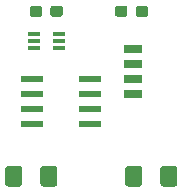
<source format=gbr>
G04 #@! TF.GenerationSoftware,KiCad,Pcbnew,5.1.5+dfsg1-2build2*
G04 #@! TF.CreationDate,2020-12-04T16:47:08+01:00*
G04 #@! TF.ProjectId,Lightdome_SensorPCB,4c696768-7464-46f6-9d65-5f53656e736f,1*
G04 #@! TF.SameCoordinates,Original*
G04 #@! TF.FileFunction,Paste,Top*
G04 #@! TF.FilePolarity,Positive*
%FSLAX46Y46*%
G04 Gerber Fmt 4.6, Leading zero omitted, Abs format (unit mm)*
G04 Created by KiCad (PCBNEW 5.1.5+dfsg1-2build2) date 2020-12-04 16:47:08*
%MOMM*%
%LPD*%
G04 APERTURE LIST*
%ADD10R,1.000000X0.400000*%
%ADD11R,1.970000X0.600000*%
%ADD12C,0.152400*%
%ADD13R,1.600000X0.700000*%
G04 APERTURE END LIST*
D10*
X140775000Y-78070000D03*
X140775000Y-77470000D03*
X140775000Y-76870000D03*
X138625000Y-78070000D03*
X138625000Y-77470000D03*
X138625000Y-76870000D03*
D11*
X138500000Y-84455000D03*
X138500000Y-83185000D03*
X138500000Y-81915000D03*
X138500000Y-80645000D03*
X143440000Y-80645000D03*
X143440000Y-81915000D03*
X143440000Y-83185000D03*
X143440000Y-84455000D03*
D12*
G36*
X146360779Y-74456144D02*
G01*
X146383834Y-74459563D01*
X146406443Y-74465227D01*
X146428387Y-74473079D01*
X146449457Y-74483044D01*
X146469448Y-74495026D01*
X146488168Y-74508910D01*
X146505438Y-74524562D01*
X146521090Y-74541832D01*
X146534974Y-74560552D01*
X146546956Y-74580543D01*
X146556921Y-74601613D01*
X146564773Y-74623557D01*
X146570437Y-74646166D01*
X146573856Y-74669221D01*
X146575000Y-74692500D01*
X146575000Y-75167500D01*
X146573856Y-75190779D01*
X146570437Y-75213834D01*
X146564773Y-75236443D01*
X146556921Y-75258387D01*
X146546956Y-75279457D01*
X146534974Y-75299448D01*
X146521090Y-75318168D01*
X146505438Y-75335438D01*
X146488168Y-75351090D01*
X146469448Y-75364974D01*
X146449457Y-75376956D01*
X146428387Y-75386921D01*
X146406443Y-75394773D01*
X146383834Y-75400437D01*
X146360779Y-75403856D01*
X146337500Y-75405000D01*
X145762500Y-75405000D01*
X145739221Y-75403856D01*
X145716166Y-75400437D01*
X145693557Y-75394773D01*
X145671613Y-75386921D01*
X145650543Y-75376956D01*
X145630552Y-75364974D01*
X145611832Y-75351090D01*
X145594562Y-75335438D01*
X145578910Y-75318168D01*
X145565026Y-75299448D01*
X145553044Y-75279457D01*
X145543079Y-75258387D01*
X145535227Y-75236443D01*
X145529563Y-75213834D01*
X145526144Y-75190779D01*
X145525000Y-75167500D01*
X145525000Y-74692500D01*
X145526144Y-74669221D01*
X145529563Y-74646166D01*
X145535227Y-74623557D01*
X145543079Y-74601613D01*
X145553044Y-74580543D01*
X145565026Y-74560552D01*
X145578910Y-74541832D01*
X145594562Y-74524562D01*
X145611832Y-74508910D01*
X145630552Y-74495026D01*
X145650543Y-74483044D01*
X145671613Y-74473079D01*
X145693557Y-74465227D01*
X145716166Y-74459563D01*
X145739221Y-74456144D01*
X145762500Y-74455000D01*
X146337500Y-74455000D01*
X146360779Y-74456144D01*
G37*
G36*
X148110779Y-74456144D02*
G01*
X148133834Y-74459563D01*
X148156443Y-74465227D01*
X148178387Y-74473079D01*
X148199457Y-74483044D01*
X148219448Y-74495026D01*
X148238168Y-74508910D01*
X148255438Y-74524562D01*
X148271090Y-74541832D01*
X148284974Y-74560552D01*
X148296956Y-74580543D01*
X148306921Y-74601613D01*
X148314773Y-74623557D01*
X148320437Y-74646166D01*
X148323856Y-74669221D01*
X148325000Y-74692500D01*
X148325000Y-75167500D01*
X148323856Y-75190779D01*
X148320437Y-75213834D01*
X148314773Y-75236443D01*
X148306921Y-75258387D01*
X148296956Y-75279457D01*
X148284974Y-75299448D01*
X148271090Y-75318168D01*
X148255438Y-75335438D01*
X148238168Y-75351090D01*
X148219448Y-75364974D01*
X148199457Y-75376956D01*
X148178387Y-75386921D01*
X148156443Y-75394773D01*
X148133834Y-75400437D01*
X148110779Y-75403856D01*
X148087500Y-75405000D01*
X147512500Y-75405000D01*
X147489221Y-75403856D01*
X147466166Y-75400437D01*
X147443557Y-75394773D01*
X147421613Y-75386921D01*
X147400543Y-75376956D01*
X147380552Y-75364974D01*
X147361832Y-75351090D01*
X147344562Y-75335438D01*
X147328910Y-75318168D01*
X147315026Y-75299448D01*
X147303044Y-75279457D01*
X147293079Y-75258387D01*
X147285227Y-75236443D01*
X147279563Y-75213834D01*
X147276144Y-75190779D01*
X147275000Y-75167500D01*
X147275000Y-74692500D01*
X147276144Y-74669221D01*
X147279563Y-74646166D01*
X147285227Y-74623557D01*
X147293079Y-74601613D01*
X147303044Y-74580543D01*
X147315026Y-74560552D01*
X147328910Y-74541832D01*
X147344562Y-74524562D01*
X147361832Y-74508910D01*
X147380552Y-74495026D01*
X147400543Y-74483044D01*
X147421613Y-74473079D01*
X147443557Y-74465227D01*
X147466166Y-74459563D01*
X147489221Y-74456144D01*
X147512500Y-74455000D01*
X148087500Y-74455000D01*
X148110779Y-74456144D01*
G37*
G36*
X139135779Y-74456144D02*
G01*
X139158834Y-74459563D01*
X139181443Y-74465227D01*
X139203387Y-74473079D01*
X139224457Y-74483044D01*
X139244448Y-74495026D01*
X139263168Y-74508910D01*
X139280438Y-74524562D01*
X139296090Y-74541832D01*
X139309974Y-74560552D01*
X139321956Y-74580543D01*
X139331921Y-74601613D01*
X139339773Y-74623557D01*
X139345437Y-74646166D01*
X139348856Y-74669221D01*
X139350000Y-74692500D01*
X139350000Y-75167500D01*
X139348856Y-75190779D01*
X139345437Y-75213834D01*
X139339773Y-75236443D01*
X139331921Y-75258387D01*
X139321956Y-75279457D01*
X139309974Y-75299448D01*
X139296090Y-75318168D01*
X139280438Y-75335438D01*
X139263168Y-75351090D01*
X139244448Y-75364974D01*
X139224457Y-75376956D01*
X139203387Y-75386921D01*
X139181443Y-75394773D01*
X139158834Y-75400437D01*
X139135779Y-75403856D01*
X139112500Y-75405000D01*
X138537500Y-75405000D01*
X138514221Y-75403856D01*
X138491166Y-75400437D01*
X138468557Y-75394773D01*
X138446613Y-75386921D01*
X138425543Y-75376956D01*
X138405552Y-75364974D01*
X138386832Y-75351090D01*
X138369562Y-75335438D01*
X138353910Y-75318168D01*
X138340026Y-75299448D01*
X138328044Y-75279457D01*
X138318079Y-75258387D01*
X138310227Y-75236443D01*
X138304563Y-75213834D01*
X138301144Y-75190779D01*
X138300000Y-75167500D01*
X138300000Y-74692500D01*
X138301144Y-74669221D01*
X138304563Y-74646166D01*
X138310227Y-74623557D01*
X138318079Y-74601613D01*
X138328044Y-74580543D01*
X138340026Y-74560552D01*
X138353910Y-74541832D01*
X138369562Y-74524562D01*
X138386832Y-74508910D01*
X138405552Y-74495026D01*
X138425543Y-74483044D01*
X138446613Y-74473079D01*
X138468557Y-74465227D01*
X138491166Y-74459563D01*
X138514221Y-74456144D01*
X138537500Y-74455000D01*
X139112500Y-74455000D01*
X139135779Y-74456144D01*
G37*
G36*
X140885779Y-74456144D02*
G01*
X140908834Y-74459563D01*
X140931443Y-74465227D01*
X140953387Y-74473079D01*
X140974457Y-74483044D01*
X140994448Y-74495026D01*
X141013168Y-74508910D01*
X141030438Y-74524562D01*
X141046090Y-74541832D01*
X141059974Y-74560552D01*
X141071956Y-74580543D01*
X141081921Y-74601613D01*
X141089773Y-74623557D01*
X141095437Y-74646166D01*
X141098856Y-74669221D01*
X141100000Y-74692500D01*
X141100000Y-75167500D01*
X141098856Y-75190779D01*
X141095437Y-75213834D01*
X141089773Y-75236443D01*
X141081921Y-75258387D01*
X141071956Y-75279457D01*
X141059974Y-75299448D01*
X141046090Y-75318168D01*
X141030438Y-75335438D01*
X141013168Y-75351090D01*
X140994448Y-75364974D01*
X140974457Y-75376956D01*
X140953387Y-75386921D01*
X140931443Y-75394773D01*
X140908834Y-75400437D01*
X140885779Y-75403856D01*
X140862500Y-75405000D01*
X140287500Y-75405000D01*
X140264221Y-75403856D01*
X140241166Y-75400437D01*
X140218557Y-75394773D01*
X140196613Y-75386921D01*
X140175543Y-75376956D01*
X140155552Y-75364974D01*
X140136832Y-75351090D01*
X140119562Y-75335438D01*
X140103910Y-75318168D01*
X140090026Y-75299448D01*
X140078044Y-75279457D01*
X140068079Y-75258387D01*
X140060227Y-75236443D01*
X140054563Y-75213834D01*
X140051144Y-75190779D01*
X140050000Y-75167500D01*
X140050000Y-74692500D01*
X140051144Y-74669221D01*
X140054563Y-74646166D01*
X140060227Y-74623557D01*
X140068079Y-74601613D01*
X140078044Y-74580543D01*
X140090026Y-74560552D01*
X140103910Y-74541832D01*
X140119562Y-74524562D01*
X140136832Y-74508910D01*
X140155552Y-74495026D01*
X140175543Y-74483044D01*
X140196613Y-74473079D01*
X140218557Y-74465227D01*
X140241166Y-74459563D01*
X140264221Y-74456144D01*
X140287500Y-74455000D01*
X140862500Y-74455000D01*
X140885779Y-74456144D01*
G37*
G36*
X137429504Y-88026204D02*
G01*
X137453773Y-88029804D01*
X137477571Y-88035765D01*
X137500671Y-88044030D01*
X137522849Y-88054520D01*
X137543893Y-88067133D01*
X137563598Y-88081747D01*
X137581777Y-88098223D01*
X137598253Y-88116402D01*
X137612867Y-88136107D01*
X137625480Y-88157151D01*
X137635970Y-88179329D01*
X137644235Y-88202429D01*
X137650196Y-88226227D01*
X137653796Y-88250496D01*
X137655000Y-88275000D01*
X137655000Y-89525000D01*
X137653796Y-89549504D01*
X137650196Y-89573773D01*
X137644235Y-89597571D01*
X137635970Y-89620671D01*
X137625480Y-89642849D01*
X137612867Y-89663893D01*
X137598253Y-89683598D01*
X137581777Y-89701777D01*
X137563598Y-89718253D01*
X137543893Y-89732867D01*
X137522849Y-89745480D01*
X137500671Y-89755970D01*
X137477571Y-89764235D01*
X137453773Y-89770196D01*
X137429504Y-89773796D01*
X137405000Y-89775000D01*
X136480000Y-89775000D01*
X136455496Y-89773796D01*
X136431227Y-89770196D01*
X136407429Y-89764235D01*
X136384329Y-89755970D01*
X136362151Y-89745480D01*
X136341107Y-89732867D01*
X136321402Y-89718253D01*
X136303223Y-89701777D01*
X136286747Y-89683598D01*
X136272133Y-89663893D01*
X136259520Y-89642849D01*
X136249030Y-89620671D01*
X136240765Y-89597571D01*
X136234804Y-89573773D01*
X136231204Y-89549504D01*
X136230000Y-89525000D01*
X136230000Y-88275000D01*
X136231204Y-88250496D01*
X136234804Y-88226227D01*
X136240765Y-88202429D01*
X136249030Y-88179329D01*
X136259520Y-88157151D01*
X136272133Y-88136107D01*
X136286747Y-88116402D01*
X136303223Y-88098223D01*
X136321402Y-88081747D01*
X136341107Y-88067133D01*
X136362151Y-88054520D01*
X136384329Y-88044030D01*
X136407429Y-88035765D01*
X136431227Y-88029804D01*
X136455496Y-88026204D01*
X136480000Y-88025000D01*
X137405000Y-88025000D01*
X137429504Y-88026204D01*
G37*
G36*
X140404504Y-88026204D02*
G01*
X140428773Y-88029804D01*
X140452571Y-88035765D01*
X140475671Y-88044030D01*
X140497849Y-88054520D01*
X140518893Y-88067133D01*
X140538598Y-88081747D01*
X140556777Y-88098223D01*
X140573253Y-88116402D01*
X140587867Y-88136107D01*
X140600480Y-88157151D01*
X140610970Y-88179329D01*
X140619235Y-88202429D01*
X140625196Y-88226227D01*
X140628796Y-88250496D01*
X140630000Y-88275000D01*
X140630000Y-89525000D01*
X140628796Y-89549504D01*
X140625196Y-89573773D01*
X140619235Y-89597571D01*
X140610970Y-89620671D01*
X140600480Y-89642849D01*
X140587867Y-89663893D01*
X140573253Y-89683598D01*
X140556777Y-89701777D01*
X140538598Y-89718253D01*
X140518893Y-89732867D01*
X140497849Y-89745480D01*
X140475671Y-89755970D01*
X140452571Y-89764235D01*
X140428773Y-89770196D01*
X140404504Y-89773796D01*
X140380000Y-89775000D01*
X139455000Y-89775000D01*
X139430496Y-89773796D01*
X139406227Y-89770196D01*
X139382429Y-89764235D01*
X139359329Y-89755970D01*
X139337151Y-89745480D01*
X139316107Y-89732867D01*
X139296402Y-89718253D01*
X139278223Y-89701777D01*
X139261747Y-89683598D01*
X139247133Y-89663893D01*
X139234520Y-89642849D01*
X139224030Y-89620671D01*
X139215765Y-89597571D01*
X139209804Y-89573773D01*
X139206204Y-89549504D01*
X139205000Y-89525000D01*
X139205000Y-88275000D01*
X139206204Y-88250496D01*
X139209804Y-88226227D01*
X139215765Y-88202429D01*
X139224030Y-88179329D01*
X139234520Y-88157151D01*
X139247133Y-88136107D01*
X139261747Y-88116402D01*
X139278223Y-88098223D01*
X139296402Y-88081747D01*
X139316107Y-88067133D01*
X139337151Y-88054520D01*
X139359329Y-88044030D01*
X139382429Y-88035765D01*
X139406227Y-88029804D01*
X139430496Y-88026204D01*
X139455000Y-88025000D01*
X140380000Y-88025000D01*
X140404504Y-88026204D01*
G37*
G36*
X147589504Y-88026204D02*
G01*
X147613773Y-88029804D01*
X147637571Y-88035765D01*
X147660671Y-88044030D01*
X147682849Y-88054520D01*
X147703893Y-88067133D01*
X147723598Y-88081747D01*
X147741777Y-88098223D01*
X147758253Y-88116402D01*
X147772867Y-88136107D01*
X147785480Y-88157151D01*
X147795970Y-88179329D01*
X147804235Y-88202429D01*
X147810196Y-88226227D01*
X147813796Y-88250496D01*
X147815000Y-88275000D01*
X147815000Y-89525000D01*
X147813796Y-89549504D01*
X147810196Y-89573773D01*
X147804235Y-89597571D01*
X147795970Y-89620671D01*
X147785480Y-89642849D01*
X147772867Y-89663893D01*
X147758253Y-89683598D01*
X147741777Y-89701777D01*
X147723598Y-89718253D01*
X147703893Y-89732867D01*
X147682849Y-89745480D01*
X147660671Y-89755970D01*
X147637571Y-89764235D01*
X147613773Y-89770196D01*
X147589504Y-89773796D01*
X147565000Y-89775000D01*
X146640000Y-89775000D01*
X146615496Y-89773796D01*
X146591227Y-89770196D01*
X146567429Y-89764235D01*
X146544329Y-89755970D01*
X146522151Y-89745480D01*
X146501107Y-89732867D01*
X146481402Y-89718253D01*
X146463223Y-89701777D01*
X146446747Y-89683598D01*
X146432133Y-89663893D01*
X146419520Y-89642849D01*
X146409030Y-89620671D01*
X146400765Y-89597571D01*
X146394804Y-89573773D01*
X146391204Y-89549504D01*
X146390000Y-89525000D01*
X146390000Y-88275000D01*
X146391204Y-88250496D01*
X146394804Y-88226227D01*
X146400765Y-88202429D01*
X146409030Y-88179329D01*
X146419520Y-88157151D01*
X146432133Y-88136107D01*
X146446747Y-88116402D01*
X146463223Y-88098223D01*
X146481402Y-88081747D01*
X146501107Y-88067133D01*
X146522151Y-88054520D01*
X146544329Y-88044030D01*
X146567429Y-88035765D01*
X146591227Y-88029804D01*
X146615496Y-88026204D01*
X146640000Y-88025000D01*
X147565000Y-88025000D01*
X147589504Y-88026204D01*
G37*
G36*
X150564504Y-88026204D02*
G01*
X150588773Y-88029804D01*
X150612571Y-88035765D01*
X150635671Y-88044030D01*
X150657849Y-88054520D01*
X150678893Y-88067133D01*
X150698598Y-88081747D01*
X150716777Y-88098223D01*
X150733253Y-88116402D01*
X150747867Y-88136107D01*
X150760480Y-88157151D01*
X150770970Y-88179329D01*
X150779235Y-88202429D01*
X150785196Y-88226227D01*
X150788796Y-88250496D01*
X150790000Y-88275000D01*
X150790000Y-89525000D01*
X150788796Y-89549504D01*
X150785196Y-89573773D01*
X150779235Y-89597571D01*
X150770970Y-89620671D01*
X150760480Y-89642849D01*
X150747867Y-89663893D01*
X150733253Y-89683598D01*
X150716777Y-89701777D01*
X150698598Y-89718253D01*
X150678893Y-89732867D01*
X150657849Y-89745480D01*
X150635671Y-89755970D01*
X150612571Y-89764235D01*
X150588773Y-89770196D01*
X150564504Y-89773796D01*
X150540000Y-89775000D01*
X149615000Y-89775000D01*
X149590496Y-89773796D01*
X149566227Y-89770196D01*
X149542429Y-89764235D01*
X149519329Y-89755970D01*
X149497151Y-89745480D01*
X149476107Y-89732867D01*
X149456402Y-89718253D01*
X149438223Y-89701777D01*
X149421747Y-89683598D01*
X149407133Y-89663893D01*
X149394520Y-89642849D01*
X149384030Y-89620671D01*
X149375765Y-89597571D01*
X149369804Y-89573773D01*
X149366204Y-89549504D01*
X149365000Y-89525000D01*
X149365000Y-88275000D01*
X149366204Y-88250496D01*
X149369804Y-88226227D01*
X149375765Y-88202429D01*
X149384030Y-88179329D01*
X149394520Y-88157151D01*
X149407133Y-88136107D01*
X149421747Y-88116402D01*
X149438223Y-88098223D01*
X149456402Y-88081747D01*
X149476107Y-88067133D01*
X149497151Y-88054520D01*
X149519329Y-88044030D01*
X149542429Y-88035765D01*
X149566227Y-88029804D01*
X149590496Y-88026204D01*
X149615000Y-88025000D01*
X150540000Y-88025000D01*
X150564504Y-88026204D01*
G37*
D13*
X147040000Y-81915000D03*
X147040000Y-80645000D03*
X147040000Y-79375000D03*
X147040000Y-78105000D03*
M02*

</source>
